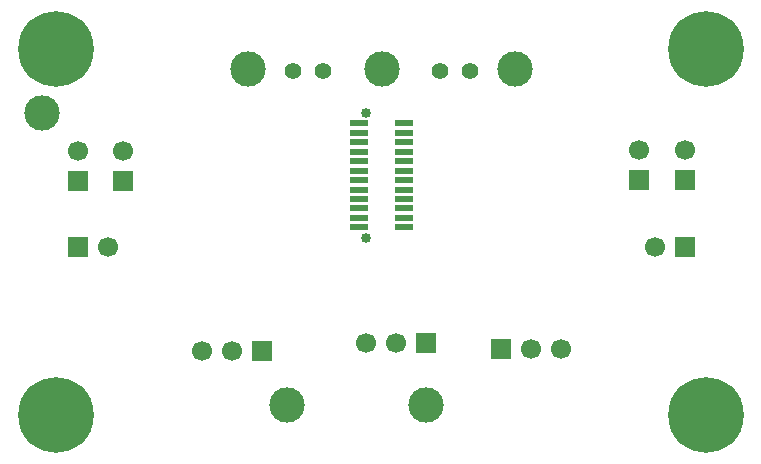
<source format=gbr>
%TF.GenerationSoftware,KiCad,Pcbnew,9.0.6*%
%TF.CreationDate,2026-01-08T14:37:09-06:00*%
%TF.ProjectId,LVMuxPCB,4c564d75-7850-4434-922e-6b696361645f,rev?*%
%TF.SameCoordinates,Original*%
%TF.FileFunction,Soldermask,Bot*%
%TF.FilePolarity,Negative*%
%FSLAX46Y46*%
G04 Gerber Fmt 4.6, Leading zero omitted, Abs format (unit mm)*
G04 Created by KiCad (PCBNEW 9.0.6) date 2026-01-08 14:37:09*
%MOMM*%
%LPD*%
G01*
G04 APERTURE LIST*
%ADD10R,1.700000X1.700000*%
%ADD11C,1.700000*%
%ADD12C,3.600000*%
%ADD13C,6.400000*%
%ADD14C,1.400000*%
%ADD15C,3.000000*%
%ADD16C,0.850000*%
%ADD17R,1.500000X0.550000*%
G04 APERTURE END LIST*
D10*
%TO.C,JP3*%
X188330000Y-62200000D03*
D11*
X185790000Y-62200000D03*
X183250000Y-62200000D03*
%TD*%
D12*
%TO.C,MH2*%
X225900000Y-36600000D03*
D13*
X225900000Y-36600000D03*
%TD*%
D10*
%TO.C,JP9*%
X224150000Y-47730000D03*
D11*
X224150000Y-45190000D03*
%TD*%
D14*
%TO.C,TP20*%
X191000000Y-38500000D03*
X193540000Y-38500000D03*
%TD*%
D15*
%TO.C,TP9*%
X209750000Y-38250000D03*
%TD*%
D10*
%TO.C,JP5*%
X224130000Y-53400000D03*
D11*
X221590000Y-53400000D03*
%TD*%
D10*
%TO.C,JP4*%
X172770000Y-53400000D03*
D11*
X175310000Y-53400000D03*
%TD*%
D12*
%TO.C,MH3*%
X170900000Y-67600000D03*
D13*
X170900000Y-67600000D03*
%TD*%
D15*
%TO.C,TP10*%
X198500000Y-38250000D03*
%TD*%
D12*
%TO.C,MH1*%
X170900000Y-36600000D03*
D13*
X170900000Y-36600000D03*
%TD*%
D12*
%TO.C,MH4*%
X225900000Y-67600000D03*
D13*
X225900000Y-67600000D03*
%TD*%
D10*
%TO.C,JP8*%
X172750000Y-47790000D03*
D11*
X172750000Y-45250000D03*
%TD*%
D10*
%TO.C,JP6*%
X176600000Y-47790000D03*
D11*
X176600000Y-45250000D03*
%TD*%
D15*
%TO.C,TP11*%
X169750000Y-42000000D03*
%TD*%
D14*
%TO.C,TP21*%
X206000000Y-38500000D03*
X203460000Y-38500000D03*
%TD*%
D10*
%TO.C,JP7*%
X220300000Y-47730000D03*
D11*
X220300000Y-45190000D03*
%TD*%
D15*
%TO.C,TP12*%
X202250000Y-66750000D03*
%TD*%
%TO.C,TP8*%
X187200000Y-38250000D03*
%TD*%
%TO.C,TP1*%
X190500000Y-66750000D03*
%TD*%
D10*
%TO.C,JP2*%
X202230000Y-61525000D03*
D11*
X199690000Y-61525000D03*
X197150000Y-61525000D03*
%TD*%
D10*
%TO.C,JP1*%
X208620000Y-62000000D03*
D11*
X211160000Y-62000000D03*
X213700000Y-62000000D03*
%TD*%
D16*
%TO.C,J1*%
X197150000Y-42000000D03*
X197150000Y-52600000D03*
D17*
X200350000Y-51700000D03*
X196550000Y-51700000D03*
X200350000Y-50900000D03*
X196550000Y-50900000D03*
X200350000Y-50100000D03*
X196550000Y-50100000D03*
X200350000Y-49300000D03*
X196550000Y-49300000D03*
X200350000Y-48500000D03*
X196550000Y-48500000D03*
X200350000Y-47700000D03*
X196550000Y-47700000D03*
X200350000Y-46900000D03*
X196550000Y-46900000D03*
X200350000Y-46100000D03*
X196550000Y-46100000D03*
X200350000Y-45300000D03*
X196550000Y-45300000D03*
X200350000Y-44500000D03*
X196550000Y-44500000D03*
X200350000Y-43700000D03*
X196550000Y-43700000D03*
X200350000Y-42900000D03*
X196550000Y-42900000D03*
%TD*%
M02*

</source>
